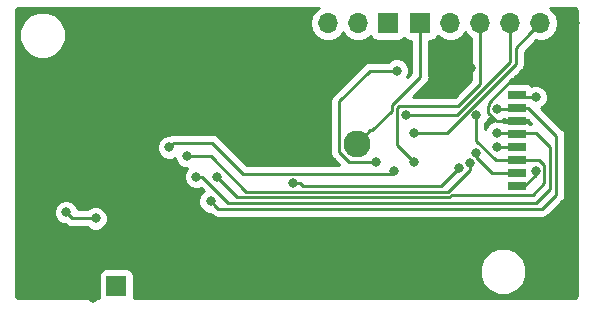
<source format=gbr>
G04 #@! TF.GenerationSoftware,KiCad,Pcbnew,(5.0.0)*
G04 #@! TF.CreationDate,2019-02-27T16:54:38+00:00*
G04 #@! TF.ProjectId,rain,7261696E2E6B696361645F7063620000,rev?*
G04 #@! TF.SameCoordinates,Original*
G04 #@! TF.FileFunction,Copper,L2,Bot,Signal*
G04 #@! TF.FilePolarity,Positive*
%FSLAX46Y46*%
G04 Gerber Fmt 4.6, Leading zero omitted, Abs format (unit mm)*
G04 Created by KiCad (PCBNEW (5.0.0)) date 02/27/19 16:54:38*
%MOMM*%
%LPD*%
G01*
G04 APERTURE LIST*
G04 #@! TA.AperFunction,ComponentPad*
%ADD10C,2.290000*%
G04 #@! TD*
G04 #@! TA.AperFunction,ComponentPad*
%ADD11R,1.700000X1.700000*%
G04 #@! TD*
G04 #@! TA.AperFunction,ComponentPad*
%ADD12O,1.700000X1.700000*%
G04 #@! TD*
G04 #@! TA.AperFunction,SMDPad,CuDef*
%ADD13R,2.000000X1.450000*%
G04 #@! TD*
G04 #@! TA.AperFunction,SMDPad,CuDef*
%ADD14R,1.500000X0.800000*%
G04 #@! TD*
G04 #@! TA.AperFunction,ViaPad*
%ADD15C,0.800000*%
G04 #@! TD*
G04 #@! TA.AperFunction,Conductor*
%ADD16C,0.250000*%
G04 #@! TD*
G04 #@! TA.AperFunction,Conductor*
%ADD17C,0.254000*%
G04 #@! TD*
G04 APERTURE END LIST*
D10*
G04 #@! TO.P,BT1,1*
G04 #@! TO.N,+VDC*
X125600000Y-88200000D03*
G04 #@! TO.P,BT1,2*
G04 #@! TO.N,GND*
X102740000Y-88200000D03*
G04 #@! TD*
D11*
G04 #@! TO.P,J1,1*
G04 #@! TO.N,+VDC*
X131000000Y-78000000D03*
D12*
G04 #@! TO.P,J1,2*
G04 #@! TO.N,/MCU_RESET*
X133540000Y-78000000D03*
G04 #@! TO.P,J1,3*
G04 #@! TO.N,/BOOT0*
X136080000Y-78000000D03*
G04 #@! TO.P,J1,4*
G04 #@! TO.N,/SWDIO*
X138620000Y-78000000D03*
G04 #@! TO.P,J1,5*
G04 #@! TO.N,/SWCLK*
X141160000Y-78000000D03*
G04 #@! TO.P,J1,6*
G04 #@! TO.N,GND*
X143700000Y-78000000D03*
G04 #@! TD*
D13*
G04 #@! TO.P,J2,9*
G04 #@! TO.N,GND*
X141750000Y-81625000D03*
X133450000Y-81625000D03*
X141750000Y-95375000D03*
X133450000Y-95375000D03*
D14*
G04 #@! TO.P,J2,8*
G04 #@! TO.N,/SD_DAT1*
X139150000Y-84075000D03*
G04 #@! TO.P,J2,7*
G04 #@! TO.N,/SPI1_MISO*
X139150000Y-85175000D03*
G04 #@! TO.P,J2,6*
G04 #@! TO.N,GND*
X139150000Y-86275000D03*
G04 #@! TO.P,J2,5*
G04 #@! TO.N,/SPI1_SCK*
X139150000Y-87375000D03*
G04 #@! TO.P,J2,4*
G04 #@! TO.N,VDD*
X139150000Y-88475000D03*
G04 #@! TO.P,J2,3*
G04 #@! TO.N,/SPI1_MOSI*
X139150000Y-89575000D03*
G04 #@! TO.P,J2,2*
G04 #@! TO.N,/SPI1_SS*
X139150000Y-90675000D03*
G04 #@! TO.P,J2,1*
G04 #@! TO.N,/SD_DAT2*
X139150000Y-91775000D03*
G04 #@! TD*
D11*
G04 #@! TO.P,J3,1*
G04 #@! TO.N,VDD*
X128250000Y-78000000D03*
D12*
G04 #@! TO.P,J3,2*
G04 #@! TO.N,/UART2_TX*
X125710000Y-78000000D03*
G04 #@! TO.P,J3,3*
G04 #@! TO.N,/UART2_RX*
X123170000Y-78000000D03*
G04 #@! TO.P,J3,4*
G04 #@! TO.N,GND*
X120630000Y-78000000D03*
G04 #@! TD*
G04 #@! TO.P,REF\002A\002A,2*
G04 #@! TO.N,GND*
X107790000Y-100250000D03*
D11*
G04 #@! TO.P,REF\002A\002A,1*
G04 #@! TO.N,/ANT*
X105250000Y-100250000D03*
G04 #@! TD*
D15*
G04 #@! TO.N,GND*
X135250000Y-81750000D03*
X127000000Y-97750000D03*
X120750000Y-97500000D03*
X107250000Y-98500000D03*
X107750000Y-92500000D03*
X103750000Y-92250000D03*
X103250000Y-101250000D03*
X103250000Y-100250000D03*
X103250000Y-99250000D03*
X103250000Y-98250000D03*
X104250000Y-98500000D03*
X106000000Y-98500000D03*
X139250000Y-82750000D03*
G04 #@! TO.N,VDD*
X137500000Y-88500000D03*
G04 #@! TO.N,/MCU_RESET*
X127250000Y-89775000D03*
X129000000Y-82000000D03*
G04 #@! TO.N,/BOOT0*
X130500000Y-89750000D03*
G04 #@! TO.N,/SWDIO*
X129750000Y-85750000D03*
G04 #@! TO.N,/SWCLK*
X130500000Y-87250000D03*
G04 #@! TO.N,/SD_DAT1*
X140750000Y-84250000D03*
G04 #@! TO.N,/SPI1_MISO*
X137500000Y-85250000D03*
X113250000Y-93074979D03*
G04 #@! TO.N,/SPI1_SCK*
X137500000Y-87250000D03*
X112000000Y-91000000D03*
G04 #@! TO.N,/SPI1_MOSI*
X113750000Y-91000000D03*
X135749993Y-85775313D03*
G04 #@! TO.N,/SPI1_SS*
X135750000Y-89000000D03*
G04 #@! TO.N,/SD_DAT2*
X140750000Y-90500000D03*
G04 #@! TO.N,/I2C1_SDA*
X103500000Y-94524989D03*
X101000000Y-93999976D03*
G04 #@! TO.N,/LORA_SS*
X135164221Y-89810473D03*
X111250000Y-89250000D03*
G04 #@! TO.N,/LORA_RESET*
X109750000Y-88500000D03*
X128750000Y-90500000D03*
G04 #@! TO.N,/LORA_INT1*
X134250000Y-90250000D03*
X120250000Y-91500000D03*
G04 #@! TD*
D16*
G04 #@! TO.N,+VDC*
X126744999Y-87055001D02*
X125600000Y-88200000D01*
X126944999Y-87055001D02*
X126744999Y-87055001D01*
X128574987Y-85425013D02*
X126944999Y-87055001D01*
X128574987Y-84946449D02*
X128574987Y-85425013D01*
X131000000Y-78000000D02*
X131000000Y-82521436D01*
X131000000Y-82521436D02*
X128574987Y-84946449D01*
G04 #@! TO.N,GND*
X137451998Y-86275000D02*
X136750000Y-85573002D01*
X139150000Y-86275000D02*
X137451998Y-86275000D01*
X136774999Y-84975001D02*
X136774999Y-84725001D01*
X136750000Y-85573002D02*
X136750000Y-85000000D01*
X136750000Y-85000000D02*
X136774999Y-84975001D01*
X136774999Y-84725001D02*
X138750000Y-82750000D01*
X138750000Y-82750000D02*
X139250000Y-82750000D01*
G04 #@! TO.N,VDD*
X139125000Y-88500000D02*
X139150000Y-88475000D01*
X137500000Y-88500000D02*
X139125000Y-88500000D01*
G04 #@! TO.N,/MCU_RESET*
X124129999Y-88905601D02*
X124129999Y-84620001D01*
X127250000Y-89775000D02*
X124999398Y-89775000D01*
X124999398Y-89775000D02*
X124129999Y-88905601D01*
X124129999Y-84620001D02*
X126750000Y-82000000D01*
X126750000Y-82000000D02*
X129000000Y-82000000D01*
G04 #@! TO.N,/BOOT0*
X129024998Y-88274998D02*
X129024998Y-85132848D01*
X130500000Y-89750000D02*
X129024998Y-88274998D01*
X129024998Y-85132848D02*
X129157846Y-85000000D01*
X136080000Y-79202081D02*
X136080000Y-78000000D01*
X129157846Y-85000000D02*
X134227180Y-85000000D01*
X134227180Y-85000000D02*
X136080000Y-83147180D01*
X136080000Y-83147180D02*
X136080000Y-79202081D01*
G04 #@! TO.N,/SWDIO*
X138620000Y-81243590D02*
X134113590Y-85750000D01*
X130315685Y-85750000D02*
X129750000Y-85750000D01*
X138620000Y-78000000D02*
X138620000Y-81243590D01*
X134113590Y-85750000D02*
X130315685Y-85750000D01*
G04 #@! TO.N,/SWCLK*
X140310001Y-78849999D02*
X141160000Y-78000000D01*
X139070011Y-81429989D02*
X139070011Y-80089989D01*
X130500000Y-87250000D02*
X133250000Y-87250000D01*
X139070011Y-80089989D02*
X140310001Y-78849999D01*
X133250000Y-87250000D02*
X139070011Y-81429989D01*
G04 #@! TO.N,/SD_DAT1*
X139325000Y-84250000D02*
X139150000Y-84075000D01*
X140750000Y-84250000D02*
X139325000Y-84250000D01*
G04 #@! TO.N,/SPI1_MISO*
X139075000Y-85250000D02*
X139150000Y-85175000D01*
X137500000Y-85250000D02*
X139075000Y-85250000D01*
X113899999Y-93724978D02*
X113649999Y-93474978D01*
X140150000Y-85175000D02*
X142500000Y-87525000D01*
X113649999Y-93474978D02*
X113250000Y-93074979D01*
X142500000Y-87525000D02*
X142500000Y-92500000D01*
X139150000Y-85175000D02*
X140150000Y-85175000D01*
X141275022Y-93724978D02*
X113899999Y-93724978D01*
X142500000Y-92500000D02*
X141275022Y-93724978D01*
G04 #@! TO.N,/SPI1_SCK*
X139025000Y-87250000D02*
X139150000Y-87375000D01*
X137500000Y-87250000D02*
X139025000Y-87250000D01*
X140750000Y-87250000D02*
X137500000Y-87250000D01*
X112500000Y-91000000D02*
X114750000Y-93250000D01*
X112000000Y-91000000D02*
X112500000Y-91000000D01*
X114750000Y-93250000D02*
X140750000Y-93250000D01*
X140750000Y-93250000D02*
X142000000Y-92000000D01*
X142000000Y-92000000D02*
X142000000Y-88500000D01*
X142000000Y-88500000D02*
X140750000Y-87250000D01*
G04 #@! TO.N,/SPI1_MOSI*
X115500000Y-92750000D02*
X113750000Y-91000000D01*
X133459412Y-92750000D02*
X115500000Y-92750000D01*
X141075000Y-89575000D02*
X141500000Y-90000000D01*
X139150000Y-89575000D02*
X141075000Y-89575000D01*
X141500000Y-90000000D02*
X141500000Y-91500000D01*
X141500000Y-91500000D02*
X140500000Y-92500000D01*
X140500000Y-92500000D02*
X133709412Y-92500000D01*
X133709412Y-92500000D02*
X133459412Y-92750000D01*
X135749993Y-86340998D02*
X135749993Y-85775313D01*
X135749993Y-87926991D02*
X135749993Y-86340998D01*
X137398002Y-89575000D02*
X135749993Y-87926991D01*
X139150000Y-89575000D02*
X137398002Y-89575000D01*
G04 #@! TO.N,/SPI1_SS*
X138150000Y-90675000D02*
X139150000Y-90675000D01*
X137101750Y-90675000D02*
X138150000Y-90675000D01*
X135750000Y-89323250D02*
X137101750Y-90675000D01*
X135750000Y-89000000D02*
X135750000Y-89323250D01*
G04 #@! TO.N,/SD_DAT2*
X140750000Y-90810002D02*
X140750000Y-90500000D01*
X139150000Y-91775000D02*
X139785002Y-91775000D01*
X139785002Y-91775000D02*
X140750000Y-90810002D01*
G04 #@! TO.N,/I2C1_SDA*
X103500000Y-94524989D02*
X101525013Y-94524989D01*
X101000048Y-94000024D02*
X101000000Y-93999976D01*
X101525013Y-94524989D02*
X101000048Y-94000024D01*
G04 #@! TO.N,/LORA_SS*
X113250000Y-89250000D02*
X111250000Y-89250000D01*
X116250000Y-92250000D02*
X113250000Y-89250000D01*
X133323002Y-92250000D02*
X116250000Y-92250000D01*
X135164221Y-89810473D02*
X135164221Y-90408781D01*
X135164221Y-90408781D02*
X133323002Y-92250000D01*
G04 #@! TO.N,/LORA_RESET*
X128500000Y-90750000D02*
X128750000Y-90500000D01*
X116000000Y-90750000D02*
X128500000Y-90750000D01*
X113350001Y-88100001D02*
X116000000Y-90750000D01*
X109750000Y-88500000D02*
X110149999Y-88100001D01*
X110149999Y-88100001D02*
X113350001Y-88100001D01*
G04 #@! TO.N,/LORA_INT1*
X120815685Y-91500000D02*
X120250000Y-91500000D01*
X121065685Y-91750000D02*
X120815685Y-91500000D01*
X134250000Y-90250000D02*
X132750000Y-91750000D01*
X132750000Y-91750000D02*
X121065685Y-91750000D01*
G04 #@! TD*
D17*
G04 #@! TO.N,GND*
G36*
X122099375Y-76929375D02*
X121771161Y-77420582D01*
X121655908Y-78000000D01*
X121771161Y-78579418D01*
X122099375Y-79070625D01*
X122590582Y-79398839D01*
X123023744Y-79485000D01*
X123316256Y-79485000D01*
X123749418Y-79398839D01*
X124240625Y-79070625D01*
X124440000Y-78772239D01*
X124639375Y-79070625D01*
X125130582Y-79398839D01*
X125563744Y-79485000D01*
X125856256Y-79485000D01*
X126289418Y-79398839D01*
X126780625Y-79070625D01*
X126792816Y-79052381D01*
X126801843Y-79097765D01*
X126942191Y-79307809D01*
X127152235Y-79448157D01*
X127400000Y-79497440D01*
X129100000Y-79497440D01*
X129347765Y-79448157D01*
X129557809Y-79307809D01*
X129625000Y-79207251D01*
X129692191Y-79307809D01*
X129902235Y-79448157D01*
X130150000Y-79497440D01*
X130240000Y-79497440D01*
X130240001Y-82206633D01*
X129889506Y-82557128D01*
X130035000Y-82205874D01*
X130035000Y-81794126D01*
X129877431Y-81413720D01*
X129586280Y-81122569D01*
X129205874Y-80965000D01*
X128794126Y-80965000D01*
X128413720Y-81122569D01*
X128296289Y-81240000D01*
X126824847Y-81240000D01*
X126750000Y-81225112D01*
X126675153Y-81240000D01*
X126675148Y-81240000D01*
X126453463Y-81284096D01*
X126202071Y-81452071D01*
X126159671Y-81515527D01*
X123645527Y-84029672D01*
X123582071Y-84072072D01*
X123539671Y-84135528D01*
X123539670Y-84135529D01*
X123414096Y-84323464D01*
X123355111Y-84620001D01*
X123370000Y-84694853D01*
X123369999Y-88830754D01*
X123355111Y-88905601D01*
X123369999Y-88980448D01*
X123369999Y-88980452D01*
X123414095Y-89202137D01*
X123582070Y-89453530D01*
X123645529Y-89495932D01*
X124139596Y-89990000D01*
X116314802Y-89990000D01*
X113940332Y-87615531D01*
X113897930Y-87552072D01*
X113646538Y-87384097D01*
X113424853Y-87340001D01*
X113424848Y-87340001D01*
X113350001Y-87325113D01*
X113275154Y-87340001D01*
X110224845Y-87340001D01*
X110149998Y-87325113D01*
X110075151Y-87340001D01*
X110075147Y-87340001D01*
X109853462Y-87384097D01*
X109732382Y-87465000D01*
X109544126Y-87465000D01*
X109163720Y-87622569D01*
X108872569Y-87913720D01*
X108715000Y-88294126D01*
X108715000Y-88705874D01*
X108872569Y-89086280D01*
X109163720Y-89377431D01*
X109544126Y-89535000D01*
X109955874Y-89535000D01*
X110215000Y-89427667D01*
X110215000Y-89455874D01*
X110372569Y-89836280D01*
X110663720Y-90127431D01*
X111044126Y-90285000D01*
X111251289Y-90285000D01*
X111122569Y-90413720D01*
X110965000Y-90794126D01*
X110965000Y-91205874D01*
X111122569Y-91586280D01*
X111413720Y-91877431D01*
X111794126Y-92035000D01*
X112205874Y-92035000D01*
X112385709Y-91960510D01*
X112643233Y-92218035D01*
X112372569Y-92488699D01*
X112215000Y-92869105D01*
X112215000Y-93280853D01*
X112372569Y-93661259D01*
X112663720Y-93952410D01*
X113044126Y-94109979D01*
X113210199Y-94109979D01*
X113309669Y-94209450D01*
X113352070Y-94272907D01*
X113603462Y-94440882D01*
X113825147Y-94484978D01*
X113825151Y-94484978D01*
X113899998Y-94499866D01*
X113974845Y-94484978D01*
X141200175Y-94484978D01*
X141275022Y-94499866D01*
X141349869Y-94484978D01*
X141349874Y-94484978D01*
X141571559Y-94440882D01*
X141822951Y-94272907D01*
X141865353Y-94209448D01*
X142984473Y-93090329D01*
X143047929Y-93047929D01*
X143215904Y-92796537D01*
X143260000Y-92574852D01*
X143260000Y-92574848D01*
X143274888Y-92500000D01*
X143260000Y-92425152D01*
X143260000Y-87599847D01*
X143274888Y-87525000D01*
X143260000Y-87450153D01*
X143260000Y-87450148D01*
X143215904Y-87228463D01*
X143047929Y-86977071D01*
X142984473Y-86934671D01*
X141223816Y-85174015D01*
X141336280Y-85127431D01*
X141627431Y-84836280D01*
X141785000Y-84455874D01*
X141785000Y-84044126D01*
X141627431Y-83663720D01*
X141336280Y-83372569D01*
X140955874Y-83215000D01*
X140544126Y-83215000D01*
X140397051Y-83275920D01*
X140357809Y-83217191D01*
X140147765Y-83076843D01*
X139900000Y-83027560D01*
X138547243Y-83027560D01*
X139554487Y-82020316D01*
X139617940Y-81977918D01*
X139660338Y-81914465D01*
X139660340Y-81914463D01*
X139744113Y-81789087D01*
X139785915Y-81726526D01*
X139830011Y-81504841D01*
X139830011Y-81504837D01*
X139844899Y-81429990D01*
X139830011Y-81355143D01*
X139830011Y-80404790D01*
X140793593Y-79441209D01*
X141013744Y-79485000D01*
X141306256Y-79485000D01*
X141739418Y-79398839D01*
X142230625Y-79070625D01*
X142558839Y-78579418D01*
X142674092Y-78000000D01*
X142558839Y-77420582D01*
X142230625Y-76929375D01*
X141939722Y-76735000D01*
X144055754Y-76735000D01*
X144105655Y-76744926D01*
X144195225Y-76804774D01*
X144255074Y-76894345D01*
X144265000Y-76944246D01*
X144265001Y-101055749D01*
X144255074Y-101105655D01*
X144195225Y-101195226D01*
X144105655Y-101255074D01*
X144055754Y-101265000D01*
X106714620Y-101265000D01*
X106747440Y-101100000D01*
X106747440Y-99400000D01*
X106698157Y-99152235D01*
X106557809Y-98942191D01*
X106347765Y-98801843D01*
X106100000Y-98752560D01*
X104400000Y-98752560D01*
X104152235Y-98801843D01*
X103942191Y-98942191D01*
X103801843Y-99152235D01*
X103752560Y-99400000D01*
X103752560Y-101100000D01*
X103785380Y-101265000D01*
X96944246Y-101265000D01*
X96894345Y-101255074D01*
X96804774Y-101195225D01*
X96744926Y-101105655D01*
X96735000Y-101055754D01*
X96735000Y-98605159D01*
X136015000Y-98605159D01*
X136015000Y-99394841D01*
X136317199Y-100124412D01*
X136875588Y-100682801D01*
X137605159Y-100985000D01*
X138394841Y-100985000D01*
X139124412Y-100682801D01*
X139682801Y-100124412D01*
X139985000Y-99394841D01*
X139985000Y-98605159D01*
X139682801Y-97875588D01*
X139124412Y-97317199D01*
X138394841Y-97015000D01*
X137605159Y-97015000D01*
X136875588Y-97317199D01*
X136317199Y-97875588D01*
X136015000Y-98605159D01*
X96735000Y-98605159D01*
X96735000Y-93794102D01*
X99965000Y-93794102D01*
X99965000Y-94205850D01*
X100122569Y-94586256D01*
X100413720Y-94877407D01*
X100794126Y-95034976D01*
X100951732Y-95034976D01*
X100977084Y-95072918D01*
X101228476Y-95240893D01*
X101450161Y-95284989D01*
X101450165Y-95284989D01*
X101525013Y-95299877D01*
X101599861Y-95284989D01*
X102796289Y-95284989D01*
X102913720Y-95402420D01*
X103294126Y-95559989D01*
X103705874Y-95559989D01*
X104086280Y-95402420D01*
X104377431Y-95111269D01*
X104535000Y-94730863D01*
X104535000Y-94319115D01*
X104377431Y-93938709D01*
X104086280Y-93647558D01*
X103705874Y-93489989D01*
X103294126Y-93489989D01*
X102913720Y-93647558D01*
X102796289Y-93764989D01*
X102022941Y-93764989D01*
X101877431Y-93413696D01*
X101586280Y-93122545D01*
X101205874Y-92964976D01*
X100794126Y-92964976D01*
X100413720Y-93122545D01*
X100122569Y-93413696D01*
X99965000Y-93794102D01*
X96735000Y-93794102D01*
X96735000Y-78605159D01*
X97015000Y-78605159D01*
X97015000Y-79394841D01*
X97317199Y-80124412D01*
X97875588Y-80682801D01*
X98605159Y-80985000D01*
X99394841Y-80985000D01*
X100124412Y-80682801D01*
X100682801Y-80124412D01*
X100985000Y-79394841D01*
X100985000Y-78605159D01*
X100682801Y-77875588D01*
X100124412Y-77317199D01*
X99394841Y-77015000D01*
X98605159Y-77015000D01*
X97875588Y-77317199D01*
X97317199Y-77875588D01*
X97015000Y-78605159D01*
X96735000Y-78605159D01*
X96735000Y-76944246D01*
X96744926Y-76894345D01*
X96804774Y-76804775D01*
X96894345Y-76744926D01*
X96944246Y-76735000D01*
X122390278Y-76735000D01*
X122099375Y-76929375D01*
X122099375Y-76929375D01*
G37*
X122099375Y-76929375D02*
X121771161Y-77420582D01*
X121655908Y-78000000D01*
X121771161Y-78579418D01*
X122099375Y-79070625D01*
X122590582Y-79398839D01*
X123023744Y-79485000D01*
X123316256Y-79485000D01*
X123749418Y-79398839D01*
X124240625Y-79070625D01*
X124440000Y-78772239D01*
X124639375Y-79070625D01*
X125130582Y-79398839D01*
X125563744Y-79485000D01*
X125856256Y-79485000D01*
X126289418Y-79398839D01*
X126780625Y-79070625D01*
X126792816Y-79052381D01*
X126801843Y-79097765D01*
X126942191Y-79307809D01*
X127152235Y-79448157D01*
X127400000Y-79497440D01*
X129100000Y-79497440D01*
X129347765Y-79448157D01*
X129557809Y-79307809D01*
X129625000Y-79207251D01*
X129692191Y-79307809D01*
X129902235Y-79448157D01*
X130150000Y-79497440D01*
X130240000Y-79497440D01*
X130240001Y-82206633D01*
X129889506Y-82557128D01*
X130035000Y-82205874D01*
X130035000Y-81794126D01*
X129877431Y-81413720D01*
X129586280Y-81122569D01*
X129205874Y-80965000D01*
X128794126Y-80965000D01*
X128413720Y-81122569D01*
X128296289Y-81240000D01*
X126824847Y-81240000D01*
X126750000Y-81225112D01*
X126675153Y-81240000D01*
X126675148Y-81240000D01*
X126453463Y-81284096D01*
X126202071Y-81452071D01*
X126159671Y-81515527D01*
X123645527Y-84029672D01*
X123582071Y-84072072D01*
X123539671Y-84135528D01*
X123539670Y-84135529D01*
X123414096Y-84323464D01*
X123355111Y-84620001D01*
X123370000Y-84694853D01*
X123369999Y-88830754D01*
X123355111Y-88905601D01*
X123369999Y-88980448D01*
X123369999Y-88980452D01*
X123414095Y-89202137D01*
X123582070Y-89453530D01*
X123645529Y-89495932D01*
X124139596Y-89990000D01*
X116314802Y-89990000D01*
X113940332Y-87615531D01*
X113897930Y-87552072D01*
X113646538Y-87384097D01*
X113424853Y-87340001D01*
X113424848Y-87340001D01*
X113350001Y-87325113D01*
X113275154Y-87340001D01*
X110224845Y-87340001D01*
X110149998Y-87325113D01*
X110075151Y-87340001D01*
X110075147Y-87340001D01*
X109853462Y-87384097D01*
X109732382Y-87465000D01*
X109544126Y-87465000D01*
X109163720Y-87622569D01*
X108872569Y-87913720D01*
X108715000Y-88294126D01*
X108715000Y-88705874D01*
X108872569Y-89086280D01*
X109163720Y-89377431D01*
X109544126Y-89535000D01*
X109955874Y-89535000D01*
X110215000Y-89427667D01*
X110215000Y-89455874D01*
X110372569Y-89836280D01*
X110663720Y-90127431D01*
X111044126Y-90285000D01*
X111251289Y-90285000D01*
X111122569Y-90413720D01*
X110965000Y-90794126D01*
X110965000Y-91205874D01*
X111122569Y-91586280D01*
X111413720Y-91877431D01*
X111794126Y-92035000D01*
X112205874Y-92035000D01*
X112385709Y-91960510D01*
X112643233Y-92218035D01*
X112372569Y-92488699D01*
X112215000Y-92869105D01*
X112215000Y-93280853D01*
X112372569Y-93661259D01*
X112663720Y-93952410D01*
X113044126Y-94109979D01*
X113210199Y-94109979D01*
X113309669Y-94209450D01*
X113352070Y-94272907D01*
X113603462Y-94440882D01*
X113825147Y-94484978D01*
X113825151Y-94484978D01*
X113899998Y-94499866D01*
X113974845Y-94484978D01*
X141200175Y-94484978D01*
X141275022Y-94499866D01*
X141349869Y-94484978D01*
X141349874Y-94484978D01*
X141571559Y-94440882D01*
X141822951Y-94272907D01*
X141865353Y-94209448D01*
X142984473Y-93090329D01*
X143047929Y-93047929D01*
X143215904Y-92796537D01*
X143260000Y-92574852D01*
X143260000Y-92574848D01*
X143274888Y-92500000D01*
X143260000Y-92425152D01*
X143260000Y-87599847D01*
X143274888Y-87525000D01*
X143260000Y-87450153D01*
X143260000Y-87450148D01*
X143215904Y-87228463D01*
X143047929Y-86977071D01*
X142984473Y-86934671D01*
X141223816Y-85174015D01*
X141336280Y-85127431D01*
X141627431Y-84836280D01*
X141785000Y-84455874D01*
X141785000Y-84044126D01*
X141627431Y-83663720D01*
X141336280Y-83372569D01*
X140955874Y-83215000D01*
X140544126Y-83215000D01*
X140397051Y-83275920D01*
X140357809Y-83217191D01*
X140147765Y-83076843D01*
X139900000Y-83027560D01*
X138547243Y-83027560D01*
X139554487Y-82020316D01*
X139617940Y-81977918D01*
X139660338Y-81914465D01*
X139660340Y-81914463D01*
X139744113Y-81789087D01*
X139785915Y-81726526D01*
X139830011Y-81504841D01*
X139830011Y-81504837D01*
X139844899Y-81429990D01*
X139830011Y-81355143D01*
X139830011Y-80404790D01*
X140793593Y-79441209D01*
X141013744Y-79485000D01*
X141306256Y-79485000D01*
X141739418Y-79398839D01*
X142230625Y-79070625D01*
X142558839Y-78579418D01*
X142674092Y-78000000D01*
X142558839Y-77420582D01*
X142230625Y-76929375D01*
X141939722Y-76735000D01*
X144055754Y-76735000D01*
X144105655Y-76744926D01*
X144195225Y-76804774D01*
X144255074Y-76894345D01*
X144265000Y-76944246D01*
X144265001Y-101055749D01*
X144255074Y-101105655D01*
X144195225Y-101195226D01*
X144105655Y-101255074D01*
X144055754Y-101265000D01*
X106714620Y-101265000D01*
X106747440Y-101100000D01*
X106747440Y-99400000D01*
X106698157Y-99152235D01*
X106557809Y-98942191D01*
X106347765Y-98801843D01*
X106100000Y-98752560D01*
X104400000Y-98752560D01*
X104152235Y-98801843D01*
X103942191Y-98942191D01*
X103801843Y-99152235D01*
X103752560Y-99400000D01*
X103752560Y-101100000D01*
X103785380Y-101265000D01*
X96944246Y-101265000D01*
X96894345Y-101255074D01*
X96804774Y-101195225D01*
X96744926Y-101105655D01*
X96735000Y-101055754D01*
X96735000Y-98605159D01*
X136015000Y-98605159D01*
X136015000Y-99394841D01*
X136317199Y-100124412D01*
X136875588Y-100682801D01*
X137605159Y-100985000D01*
X138394841Y-100985000D01*
X139124412Y-100682801D01*
X139682801Y-100124412D01*
X139985000Y-99394841D01*
X139985000Y-98605159D01*
X139682801Y-97875588D01*
X139124412Y-97317199D01*
X138394841Y-97015000D01*
X137605159Y-97015000D01*
X136875588Y-97317199D01*
X136317199Y-97875588D01*
X136015000Y-98605159D01*
X96735000Y-98605159D01*
X96735000Y-93794102D01*
X99965000Y-93794102D01*
X99965000Y-94205850D01*
X100122569Y-94586256D01*
X100413720Y-94877407D01*
X100794126Y-95034976D01*
X100951732Y-95034976D01*
X100977084Y-95072918D01*
X101228476Y-95240893D01*
X101450161Y-95284989D01*
X101450165Y-95284989D01*
X101525013Y-95299877D01*
X101599861Y-95284989D01*
X102796289Y-95284989D01*
X102913720Y-95402420D01*
X103294126Y-95559989D01*
X103705874Y-95559989D01*
X104086280Y-95402420D01*
X104377431Y-95111269D01*
X104535000Y-94730863D01*
X104535000Y-94319115D01*
X104377431Y-93938709D01*
X104086280Y-93647558D01*
X103705874Y-93489989D01*
X103294126Y-93489989D01*
X102913720Y-93647558D01*
X102796289Y-93764989D01*
X102022941Y-93764989D01*
X101877431Y-93413696D01*
X101586280Y-93122545D01*
X101205874Y-92964976D01*
X100794126Y-92964976D01*
X100413720Y-93122545D01*
X100122569Y-93413696D01*
X99965000Y-93794102D01*
X96735000Y-93794102D01*
X96735000Y-78605159D01*
X97015000Y-78605159D01*
X97015000Y-79394841D01*
X97317199Y-80124412D01*
X97875588Y-80682801D01*
X98605159Y-80985000D01*
X99394841Y-80985000D01*
X100124412Y-80682801D01*
X100682801Y-80124412D01*
X100985000Y-79394841D01*
X100985000Y-78605159D01*
X100682801Y-77875588D01*
X100124412Y-77317199D01*
X99394841Y-77015000D01*
X98605159Y-77015000D01*
X97875588Y-77317199D01*
X97317199Y-77875588D01*
X97015000Y-78605159D01*
X96735000Y-78605159D01*
X96735000Y-76944246D01*
X96744926Y-76894345D01*
X96804774Y-76804775D01*
X96894345Y-76744926D01*
X96944246Y-76735000D01*
X122390278Y-76735000D01*
X122099375Y-76929375D01*
G36*
X136913720Y-86127431D02*
X137209628Y-86250000D01*
X136913720Y-86372569D01*
X136622569Y-86663720D01*
X136509993Y-86935503D01*
X136509993Y-86479024D01*
X136627424Y-86361593D01*
X136779862Y-85993573D01*
X136913720Y-86127431D01*
X136913720Y-86127431D01*
G37*
X136913720Y-86127431D02*
X137209628Y-86250000D01*
X136913720Y-86372569D01*
X136622569Y-86663720D01*
X136509993Y-86935503D01*
X136509993Y-86479024D01*
X136627424Y-86361593D01*
X136779862Y-85993573D01*
X136913720Y-86127431D01*
G36*
X138152235Y-86173157D02*
X138400000Y-86222440D01*
X139900000Y-86222440D01*
X140085701Y-86185502D01*
X140390199Y-86490000D01*
X140317115Y-86490000D01*
X140147765Y-86376843D01*
X139900000Y-86327560D01*
X138400000Y-86327560D01*
X138152235Y-86376843D01*
X138115260Y-86401549D01*
X138086280Y-86372569D01*
X137790372Y-86250000D01*
X138084750Y-86128065D01*
X138152235Y-86173157D01*
X138152235Y-86173157D01*
G37*
X138152235Y-86173157D02*
X138400000Y-86222440D01*
X139900000Y-86222440D01*
X140085701Y-86185502D01*
X140390199Y-86490000D01*
X140317115Y-86490000D01*
X140147765Y-86376843D01*
X139900000Y-86327560D01*
X138400000Y-86327560D01*
X138152235Y-86376843D01*
X138115260Y-86401549D01*
X138086280Y-86372569D01*
X137790372Y-86250000D01*
X138084750Y-86128065D01*
X138152235Y-86173157D01*
G36*
X135009375Y-79070625D02*
X135320001Y-79278179D01*
X135320000Y-82832378D01*
X133912379Y-84240000D01*
X130356238Y-84240000D01*
X131484473Y-83111765D01*
X131547929Y-83069365D01*
X131715904Y-82817973D01*
X131760000Y-82596288D01*
X131760000Y-82596284D01*
X131774888Y-82521437D01*
X131760000Y-82446590D01*
X131760000Y-79497440D01*
X131850000Y-79497440D01*
X132097765Y-79448157D01*
X132307809Y-79307809D01*
X132448157Y-79097765D01*
X132457184Y-79052381D01*
X132469375Y-79070625D01*
X132960582Y-79398839D01*
X133393744Y-79485000D01*
X133686256Y-79485000D01*
X134119418Y-79398839D01*
X134610625Y-79070625D01*
X134810000Y-78772239D01*
X135009375Y-79070625D01*
X135009375Y-79070625D01*
G37*
X135009375Y-79070625D02*
X135320001Y-79278179D01*
X135320000Y-82832378D01*
X133912379Y-84240000D01*
X130356238Y-84240000D01*
X131484473Y-83111765D01*
X131547929Y-83069365D01*
X131715904Y-82817973D01*
X131760000Y-82596288D01*
X131760000Y-82596284D01*
X131774888Y-82521437D01*
X131760000Y-82446590D01*
X131760000Y-79497440D01*
X131850000Y-79497440D01*
X132097765Y-79448157D01*
X132307809Y-79307809D01*
X132448157Y-79097765D01*
X132457184Y-79052381D01*
X132469375Y-79070625D01*
X132960582Y-79398839D01*
X133393744Y-79485000D01*
X133686256Y-79485000D01*
X134119418Y-79398839D01*
X134610625Y-79070625D01*
X134810000Y-78772239D01*
X135009375Y-79070625D01*
G04 #@! TD*
M02*

</source>
